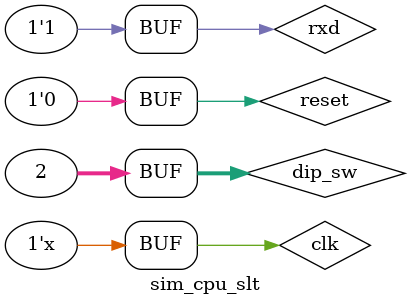
<source format=v>
`timescale 1ns / 1ps


module sim_cpu_slt(

    );
    reg clk;
    wire clk_core;
    reg reset;
    parameter HALF_CYCLE = 10;
//    parameter SPC_CYCLE=5;
    `ifdef CLK_300M
    parameter CLK_FREQ=300000000;
    parameter SPC_CYCLE=3.333;
    `elsif CLK_280M
    parameter CLK_FREQ=280000000;
    parameter SPC_CYCLE=3.571428;
    `elsif CLK_260M
    parameter CLK_FREQ=260000000;
    parameter SPC_CYCLE=3.846153;
    `elsif CLK_255M
    parameter CLK_FREQ=255000000;
    parameter SPC_CYCLE=3.92157;
    `elsif CLK_250M
    parameter CLK_FREQ=250000000;
    parameter SPC_CYCLE=4;
   `elsif CLK_225M
    parameter CLK_FREQ=225000000;
    parameter SPC_CYCLE=4.4444; 
    `elsif CLK_200M
    parameter CLK_FREQ=200000000;
    parameter SPC_CYCLE=5;
    `elsif CLK_100M
    parameter CLK_FREQ=100000000;
    parameter SPC_CYCLE=10;
    `else
    parameter CLK_FREQ=140000000;
    parameter SPC_CYCLE=7.142857;
    `endif
    
    always #HALF_CYCLE begin
        clk = ~clk;
    end
    wire [31:0]base_ram_data;
    wire[19:0] base_ram_addr;
    wire[3:0] base_ram_be_n;
    wire base_ram_ce_n;
    wire base_ram_oe_n;
    wire base_ram_we_n;
    
    wire[31:0] ext_ram_data;
    wire[19:0] ext_ram_addr;
    wire[3:0] ext_ram_be_n;
    wire ext_ram_ce_n;
    wire ext_ram_oe_n;
    wire ext_ram_we_n;
    reg [31:0]dip_sw;
    wire txd;
    wire [15:0] leds;
    wire clk_140m;
    reg  rxd;
    ram #(.lab(8)) 
    base_ram(
    .ram_data(base_ram_data),  
    .ram_addr(base_ram_addr[9:0]), 
    .ram_be_n(base_ram_be_n),
    .ram_ce_n(base_ram_ce_n),       
    .ram_oe_n(base_ram_oe_n),       
    .ram_we_n(base_ram_we_n),       
    .clk(clk_core)
    );
    
    ram #( .lab(8), .ISEXT(1))
    ext_ram(
    .ram_data(ext_ram_data),  
    .ram_addr(ext_ram_addr[9:0]), 
    .ram_be_n(ext_ram_be_n),
    .ram_ce_n(ext_ram_ce_n),       
    .ram_oe_n(ext_ram_oe_n),       
    .ram_we_n(ext_ram_we_n),       
    .clk(clk_core)
    );
    
    
    cpu CPU(
    .clk_50M(clk),           //50MHz Ê±ÖÓÊäÈë
    .clk_140m(clk_140m),
    .clk_core(clk_core),
    .clk_11M0592(clk),
    .clock_btn(clk),
    .reset_btn(reset),
    .dip_sw(dip_sw),
    .leds(leds),

    //BaseRAMÐÅºÅ
    .base_ram_data(base_ram_data),  //BaseRAMÊý¾Ý£¬µÍ8Î»ÓëCPLD´®¿Ú¿ØÖÆÆ÷¹²Ïí
    .base_ram_addr(base_ram_addr), //BaseRAMµØÖ·
    .base_ram_be_n(base_ram_be_n),  //BaseRAM×Ö½ÚÊ¹ÄÜ£¬µÍÓÐÐ§¡£Èç¹û²»Ê¹ÓÃ×Ö½ÚÊ¹ÄÜ£¬Çë±£³ÖÎª0
    .base_ram_ce_n(base_ram_ce_n),       //BaseRAMÆ¬Ñ¡£¬µÍÓÐÐ§
    .base_ram_oe_n(base_ram_oe_n),       //BaseRAM¶ÁÊ¹ÄÜ£¬µÍÓÐÐ§
    .base_ram_we_n(base_ram_we_n),       //BaseRAMÐ´Ê¹ÄÜ£¬µÍÓÐÐ§

    //ExtRAMÐÅºÅ
    .ext_ram_data(ext_ram_data),  //ExtRAMÊý¾Ý
    .ext_ram_addr(ext_ram_addr), //ExtRAMµØÖ·
    .ext_ram_be_n(ext_ram_be_n),  //ExtRAM×Ö½ÚÊ¹ÄÜ£¬µÍÓÐÐ§¡£Èç¹û²»Ê¹ÓÃ×Ö½ÚÊ¹ÄÜ£¬Çë±£³ÖÎª0
    .ext_ram_ce_n(ext_ram_ce_n),       //ExtRAMÆ¬Ñ¡£¬µÍÓÐÐ§
    .ext_ram_oe_n(ext_ram_oe_n),       //ExtRAM¶ÁÊ¹ÄÜ£¬µÍÓÐÐ§
    .ext_ram_we_n(ext_ram_we_n),      //ExtRAMÐ´Ê¹ÄÜ£¬µÍÓÐÐ§
    
    .txd(txd),  //Ö±Á¬´®¿Ú·¢ËÍ¶Ë
    .rxd(rxd)  //Ö±Á¬´®¿Ú½ÓÊÕ¶Ë
    );
//    reg [31:0] r1,r2;
//    reg idx;
//    wire r2=(idx==1'dz)?1:1'dz;
    
    initial begin
//        idx=1'dz;
        reset=0;
        clk=0;
        dip_sw=0;
        dip_sw[1]=1'b1;
        rxd=1;
//        r1=$signed(32'h0xdbbad0b0)>>>32'h0x00000005;
//        $display("%x", r1);
        #5
        reset=1;
        #100
        reset=0;
//        #2200
        
    
        
    end
endmodule

</source>
